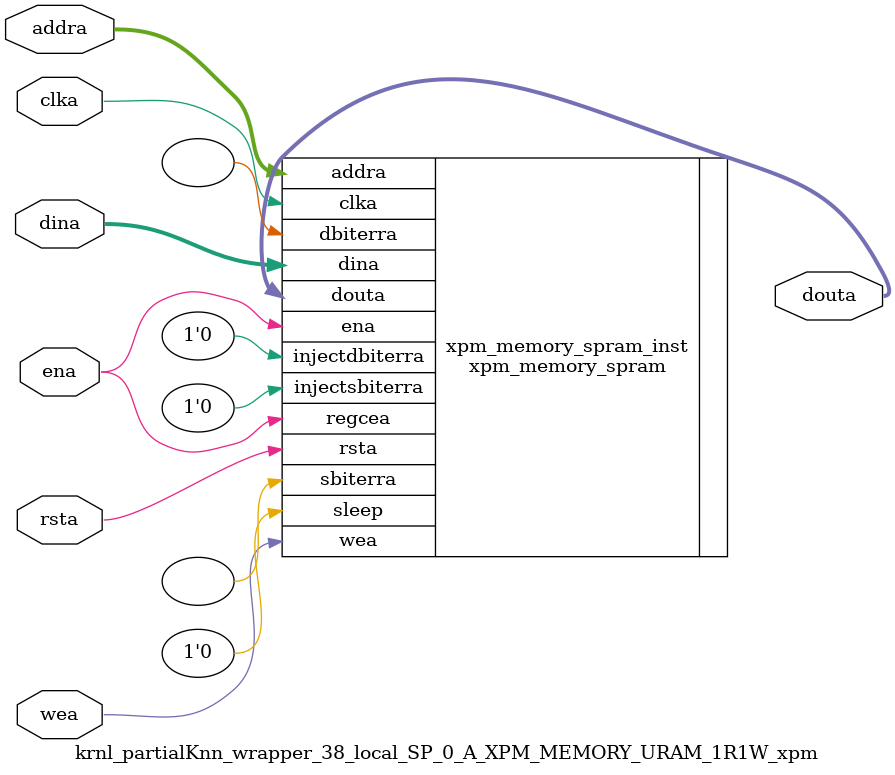
<source format=v>
`timescale 1 ns / 1 ps
module krnl_partialKnn_wrapper_38_local_SP_0_A_XPM_MEMORY_URAM_1R1W_xpm # (
  // Common module parameters
  parameter integer                 MEMORY_SIZE        = 524288,
  parameter                         MEMORY_PRIMITIVE   = "ultra",
  parameter                         ECC_MODE           = "no_ecc",
  parameter                         MEMORY_INIT_FILE   = "none",
  parameter                         WAKEUP_TIME        = "disable_sleep",
  parameter integer                 MESSAGE_CONTROL    = 0,
  // Port A module parameters
  parameter integer                 WRITE_DATA_WIDTH_A = 256,
  parameter integer                 READ_DATA_WIDTH_A  = WRITE_DATA_WIDTH_A,
  parameter integer                 BYTE_WRITE_WIDTH_A = WRITE_DATA_WIDTH_A,
  parameter integer                 ADDR_WIDTH_A       = 11,
  parameter                         READ_RESET_VALUE_A = "0",
  parameter integer                 READ_LATENCY_A     = 1,
  parameter                         WRITE_MODE_A       = "read_first"
) (
  // Port A module ports
  input  wire                                               clka,
  input  wire                                               rsta,
  input  wire                                               ena,
  input  wire [(WRITE_DATA_WIDTH_A/BYTE_WRITE_WIDTH_A)-1:0] wea,
  input  wire [ADDR_WIDTH_A-1:0]                            addra,
  input  wire [WRITE_DATA_WIDTH_A-1:0]                      dina,
  output wire [READ_DATA_WIDTH_A-1:0]                       douta
);
// Set parameter values and connect ports to instantiate an XPM_MEMORY single port RAM configuration
xpm_memory_spram # (
  // Common module parameters
  .MEMORY_SIZE        (MEMORY_SIZE),   //positive integer
  .MEMORY_PRIMITIVE   (MEMORY_PRIMITIVE),      //string; "auto", "distributed", "block" or "ultra";
  .ECC_MODE           (ECC_MODE),      //do not change
  .MEMORY_INIT_FILE   (MEMORY_INIT_FILE), //string; "none" or "<filename>.mem" 
  .MEMORY_INIT_PARAM  (""), //string;
  .WAKEUP_TIME        (WAKEUP_TIME),      //string; "disable_sleep" or "use_sleep_pin"
  .MESSAGE_CONTROL    (MESSAGE_CONTROL),      //do not change
  // Port A module parameters
  .WRITE_DATA_WIDTH_A (WRITE_DATA_WIDTH_A),     //positive integer
  .READ_DATA_WIDTH_A  (READ_DATA_WIDTH_A),     //positive integer
  .BYTE_WRITE_WIDTH_A (BYTE_WRITE_WIDTH_A),     //integer; 8, 9, or WRITE_DATA_WIDTH_A value
  .ADDR_WIDTH_A       (ADDR_WIDTH_A),      //positive integer
  .READ_RESET_VALUE_A (READ_RESET_VALUE_A),  //string
  .READ_LATENCY_A     (READ_LATENCY_A),      //non-negative integer
  .WRITE_MODE_A       (WRITE_MODE_A)       //string; "write_first", "read_first", "no_change"
) xpm_memory_spram_inst (
  // Common module ports
  .sleep          (1'b0),  //do not change
  // Port A module ports
  .clka           (clka),
  .rsta           (rsta),
  .ena            (ena),
  .regcea         (ena),
  .wea            (wea),
  .addra          (addra),
  .dina           (dina),
  .injectsbiterra (1'b0),  //do not change
  .injectdbiterra (1'b0),  //do not change
  .douta          (douta),
  .sbiterra       (),      //do not change
  .dbiterra       ()       //do not change
);
endmodule
</source>
